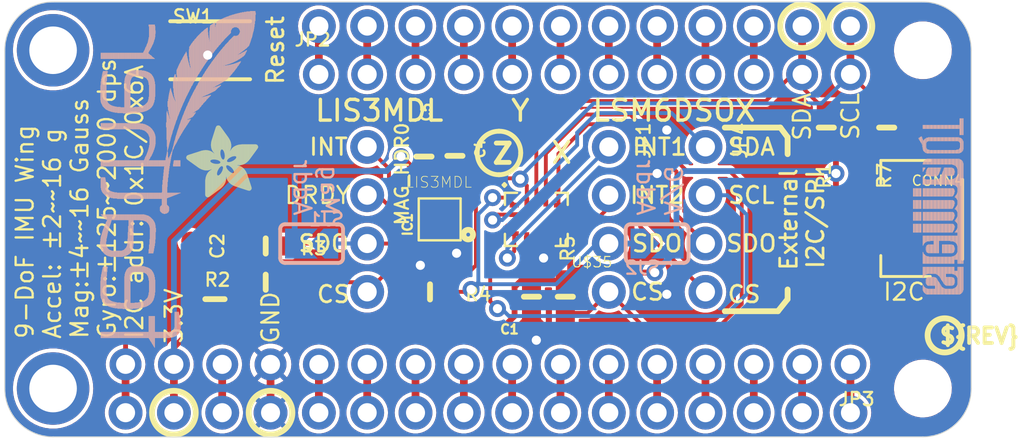
<source format=kicad_pcb>
(kicad_pcb (version 20221018) (generator pcbnew)
  (layers (0 "F.Cu" signal) (31 "B.Cu" signal) (34 "B.Paste" user) (35 "F.Paste" user) (36 "B.SilkS" user "B.Silkscreen") (37 "F.SilkS" user "F.Silkscreen") (38 "B.Mask" user) (39 "F.Mask" user) (44 "Edge.Cuts" user))
  (net 0 "")
  (net 1 "GND")
  (net 2 "3.3V")
  (net 3 "SCL")
  (net 4 "SDA")
  (net 5 "INTM")
  (net 6 "DRDY")
  (net 7 "CAP")
  (net 8 "INT1")
  (net 9 "AD_M")
  (net 10 "AD_AG")
  (net 11 "INT2")
  (net 12 "G")
  (net 13 "F")
  (net 14 "B")
  (net 15 "A")
  (net 16 "AREF")
  (net 17 "RESET")
  (net 18 "VBAT")
  (net 19 "EN")
  (net 20 "USB")
  (net 21 "J")
  (net 22 "I")
  (net 23 "C")
  (net 24 "D")
  (net 25 "E")
  (net 26 "SCK")
  (net 27 "MOSI")
  (net 28 "MISO")
  (net 29 "RX")
  (net 30 "TX")
  (net 31 "H")
  (net 32 "K")
  (net 33 "L")
  (net 34 "M")
  (net 35 "N")
  (net 36 "CS_M")
  (net 37 "CS_AG")
  (net 38 "SCL_EX")
  (net 39 "SDA_EX")
  (net 40 "SDO_EX")
  (net 41 "OCS_EX")
  (footprint "working:LGA-14L" (layer "F.Cu") (at 151.0411 105.0036)
    (fp_text reference "U$35" (at 1.81 2.2465) (layer "F.SilkS") (effects (font (size 0.549778 0.549778) (thickness 0.059822)) (justify left)))
    (fp_text value "LSM6DSOX")
    (fp_text user "." (at -2.159 -1.524) (layer "F.SilkS") (effects (font (size 1.63576 1.63576) (thickness 0.14224)) (justify left bottom)))
    (pad "1" smd rect (at -1.1625 -0.75) (size 0.475 0.25) (layers "F.Cu" "F.Paste" "F.Mask") (net 10 "AD_AG"))
    (pad "2" smd rect (at -1.1625 -0.25) (size 0.475 0.25) (layers "F.Cu" "F.Paste" "F.Mask") (net 39 "SDA_EX"))
    (pad "3" smd rect (at -1.1625 0.25) (size 0.475 0.25) (layers "F.Cu" "F.Paste" "F.Mask") (net 38 "SCL_EX"))
    (pad "4" smd rect (at -1.1625 0.75) (size 0.475 0.25) (layers "F.Cu" "F.Paste" "F.Mask") (net 8 "INT1"))
    (pad "5" smd rect (at -0.5 0.9125 90) (size 0.475 0.25) (layers "F.Cu" "F.Paste" "F.Mask") (net 2 "3.3V"))
    (pad "6" smd rect (at 0 0.9125 90) (size 0.475 0.25) (layers "F.Cu" "F.Paste" "F.Mask") (net 1 "GND"))
    (pad "7" smd rect (at 0.5 0.9125 90) (size 0.475 0.25) (layers "F.Cu" "F.Paste" "F.Mask") (net 1 "GND"))
    (pad "8" smd rect (at 1.1625 0.75 180) (size 0.475 0.25) (layers "F.Cu" "F.Paste" "F.Mask") (net 2 "3.3V"))
    (pad "9" smd rect (at 1.1625 0.25 180) (size 0.475 0.25) (layers "F.Cu" "F.Paste" "F.Mask") (net 11 "INT2"))
    (pad "10" smd rect (at 1.1625 -0.25 180) (size 0.475 0.25) (layers "F.Cu" "F.Paste" "F.Mask") (net 41 "OCS_EX"))
    (pad "11" smd rect (at 1.1625 -0.75 180) (size 0.475 0.25) (layers "F.Cu" "F.Paste" "F.Mask") (net 40 "SDO_EX"))
    (pad "12" smd rect (at 0.5 -0.9125 270) (size 0.475 0.25) (layers "F.Cu" "F.Paste" "F.Mask") (net 37 "CS_AG"))
    (pad "13" smd rect (at 0 -0.9125 270) (size 0.475 0.25) (layers "F.Cu" "F.Paste" "F.Mask") (net 3 "SCL"))
    (pad "14" smd rect (at -0.5 -0.9125 270) (size 0.475 0.25) (layers "F.Cu" "F.Paste" "F.Mask") (net 4 "SDA"))
  )
  (footprint "working:0603-NO" (layer "F.Cu") (at 146.7612 101.6635 90)
    (fp_text reference "C4" (at -0.1905 1.3335 90) (layer "F.SilkS") (effects (font (size 0.489631 0.489631) (thickness 0.119969)) (justify left)))
    (fp_text value "0.1uF")
    (pad "1" smd rect (at -0.85 0 90) (size 1.075 1) (layers "F.Cu" "F.Paste" "F.Mask") (net 7 "CAP"))
    (pad "2" smd rect (at 0.85 0 90) (size 1.075 1) (layers "F.Cu" "F.Paste" "F.Mask") (net 1 "GND"))
  )
  (footprint "working:1X04_ROUND" (layer "F.Cu") (at 159.9311 105.0036 -90)
    (fp_text reference "JP4" (at -5.1562 -1.8288 90) (layer "F.SilkS") (effects (font (size 0.692831 0.692831) (thickness 0.119969)) (justify right)))
    (fp_text value "")
    (pad "1" thru_hole circle (at -3.81 0) (size 1.778 1.778) (drill 1) (layers "*.Cu" "*.Mask") (net 39 "SDA_EX"))
    (pad "2" thru_hole circle (at -1.27 0) (size 1.778 1.778) (drill 1) (layers "*.Cu" "*.Mask") (net 38 "SCL_EX"))
    (pad "3" thru_hole circle (at 1.27 0) (size 1.778 1.778) (drill 1) (layers "*.Cu" "*.Mask") (net 40 "SDO_EX"))
    (pad "4" thru_hole circle (at 3.81 0) (size 1.778 1.778) (drill 1) (layers "*.Cu" "*.Mask") (net 41 "OCS_EX"))
  )
  (footprint "working:ADAFRUIT_3.5MM" (layer "F.Cu") (at 136.4361 103.8606 90)
    (fp_text reference "U$50" hide)
    (fp_text value "" hide)
  )
  (footprint "working:PCBFEAT-REV-040" (layer "F.Cu") (at 172.5041 111.0996)
    (fp_text reference "U$51" hide)
    (fp_text value "" hide)
    (fp_text user "${REV}" (at -0.3556 0.508) (layer "F.SilkS") (effects (font (size 0.8128 0.8128) (thickness 0.2032)) (justify left bottom)))
  )
  (footprint "working:0603-NO" (layer "F.Cu") (at 169.4561 100.1776 -90)
    (fp_text reference "R7" (at 1.778 0.127 90) (layer "F.SilkS") (effects (font (size 0.692831 0.692831) (thickness 0.119969)) (justify right)))
    (fp_text value "10K")
    (pad "1" smd rect (at -0.85 0 270) (size 1.075 1) (layers "F.Cu" "F.Paste" "F.Mask") (net 4 "SDA"))
    (pad "2" smd rect (at 0.85 0 270) (size 1.075 1) (layers "F.Cu" "F.Paste" "F.Mask") (net 2 "3.3V"))
  )
  (footprint "working:0603-NO" (layer "F.Cu") (at 145.1356 101.7016 90)
    (fp_text reference "C5" (at 1.778 0.127 90) (layer "F.SilkS") (effects (font (size 0.489631 0.489631) (thickness 0.119969)) (justify left)))
    (fp_text value "1uF")
    (pad "1" smd rect (at -0.85 0 90) (size 1.075 1) (layers "F.Cu" "F.Paste" "F.Mask") (net 2 "3.3V"))
    (pad "2" smd rect (at 0.85 0 90) (size 1.075 1) (layers "F.Cu" "F.Paste" "F.Mask") (net 1 "GND"))
  )
  (footprint "working:0603-NO" (layer "F.Cu") (at 136.8171 106.4006)
    (fp_text reference "R3" (at 1.778 0.127) (layer "F.SilkS") (effects (font (size 0.692831 0.692831) (thickness 0.119969)) (justify left)))
    (fp_text value "10K")
    (pad "1" smd rect (at -0.85 0) (size 1.075 1) (layers "F.Cu" "F.Paste" "F.Mask") (net 1 "GND"))
    (pad "2" smd rect (at 0.85 0) (size 1.075 1) (layers "F.Cu" "F.Paste" "F.Mask") (net 9 "AD_M"))
  )
  (footprint "working:0603-NO" (layer "F.Cu") (at 150.7871 109.0676 -90)
    (fp_text reference "C1" (at 1.7145 1.7145) (layer "F.SilkS") (effects (font (size 0.489631 0.489631) (thickness 0.119969)) (justify left)))
    (fp_text value "0.1uF")
    (pad "1" smd rect (at -0.85 0 270) (size 1.075 1) (layers "F.Cu" "F.Paste" "F.Mask") (net 2 "3.3V"))
    (pad "2" smd rect (at 0.85 0 270) (size 1.075 1) (layers "F.Cu" "F.Paste" "F.Mask") (net 1 "GND"))
  )
  (footprint "working:0603-NO" (layer "F.Cu") (at 166.2811 100.1776 -90)
    (fp_text reference "R1" (at 1.778 0.127 90) (layer "F.SilkS") (effects (font (size 0.692831 0.692831) (thickness 0.119969)) (justify right)))
    (fp_text value "10K")
    (pad "1" smd rect (at -0.85 0 270) (size 1.075 1) (layers "F.Cu" "F.Paste" "F.Mask") (net 3 "SCL"))
    (pad "2" smd rect (at 0.85 0 270) (size 1.075 1) (layers "F.Cu" "F.Paste" "F.Mask") (net 2 "3.3V"))
  )
  (footprint "working:FEATHERWING" (layer "F.Cu") (at 123.1011 116.4336)
    (fp_text reference "MS1" hide)
    (fp_text value "FEATHERWING" hide)
    (fp_line (start 0 -20.32) (end 0 -2.54) (stroke (width 0.05)) (layer "Edge.Cuts"))
    (fp_line (start 2.54 0) (end 48.26 0) (stroke (width 0.05)) (layer "Edge.Cuts"))
    (fp_line (start 48.26 -22.86) (end 2.54 -22.86) (stroke (width 0.05)) (layer "Edge.Cuts"))
    (fp_line (start 50.8 -2.54) (end 50.8 -20.32) (stroke (width 0.05)) (layer "Edge.Cuts"))
    (fp_arc (start 0 -20.32) (mid 0.743949 -22.116051) (end 2.54 -22.86) (stroke (width 0.05)) (layer "Edge.Cuts"))
    (fp_arc (start 2.54 0) (mid 0.743949 -0.743949) (end 0 -2.54) (stroke (width 0.05)) (layer "Edge.Cuts"))
    (fp_arc (start 48.26 -22.86) (mid 50.056051 -22.116051) (end 50.8 -20.32) (stroke (width 0.05)) (layer "Edge.Cuts"))
    (fp_arc (start 50.8 -2.54) (mid 50.056051 -0.743949) (end 48.26 0) (stroke (width 0.05)) (layer "Edge.Cuts"))
    (pad "" np_thru_hole circle (at 48.26 -20.32) (size 2.54 2.54) (drill 2.54) (layers "*.Cu" "*.Mask"))
    (pad "" np_thru_hole circle (at 48.26 -2.54) (size 2.54 2.54) (drill 2.54) (layers "*.Cu" "*.Mask"))
    (pad "1" thru_hole circle (at 6.35 -1.27) (size 1.778 1.778) (drill 1) (layers "*.Cu" "*.Mask") (net 17 "RESET"))
    (pad "2" thru_hole circle (at 8.89 -1.27) (size 1.778 1.778) (drill 1) (layers "*.Cu" "*.Mask") (net 2 "3.3V"))
    (pad "3" thru_hole circle (at 11.43 -1.27) (size 1.778 1.778) (drill 1) (layers "*.Cu" "*.Mask") (net 16 "AREF"))
    (pad "4" thru_hole circle (at 13.97 -1.27) (size 1.778 1.778) (drill 1) (layers "*.Cu" "*.Mask") (net 1 "GND"))
    (pad "5" thru_hole circle (at 16.51 -1.27) (size 1.778 1.778) (drill 1) (layers "*.Cu" "*.Mask") (net 15 "A"))
    (pad "6" thru_hole circle (at 19.05 -1.27) (size 1.778 1.778) (drill 1) (layers "*.Cu" "*.Mask") (net 14 "B"))
    (pad "7" thru_hole circle (at 21.59 -1.27) (size 1.778 1.778) (drill 1) (layers "*.Cu" "*.Mask") (net 23 "C"))
    (pad "8" thru_hole circle (at 24.13 -1.27) (size 1.778 1.778) (drill 1) (layers "*.Cu" "*.Mask") (net 24 "D"))
    (pad "9" thru_hole circle (at 26.67 -1.27) (size 1.778 1.778) (drill 1) (layers "*.Cu" "*.Mask") (net 25 "E"))
    (pad "10" thru_hole circle (at 29.21 -1.27) (size 1.778 1.778) (drill 1) (layers "*.Cu" "*.Mask") (net 13 "F"))
    (pad "11" thru_hole circle (at 31.75 -1.27) (size 1.778 1.778) (drill 1) (layers "*.Cu" "*.Mask") (net 26 "SCK"))
    (pad "12" thru_hole circle (at 34.29 -1.27) (size 1.778 1.778) (drill 1) (layers "*.Cu" "*.Mask") (net 27 "MOSI"))
    (pad "13" thru_hole circle (at 36.83 -1.27) (size 1.778 1.778) (drill 1) (layers "*.Cu" "*.Mask") (net 28 "MISO"))
    (pad "14" thru_hole circle (at 39.37 -1.27) (size 1.778 1.778) (drill 1) (layers "*.Cu" "*.Mask") (net 29 "RX"))
    (pad "15" thru_hole circle (at 41.91 -1.27) (size 1.778 1.778) (drill 1) (layers "*.Cu" "*.Mask") (net 30 "TX"))
    (pad "16" thru_hole circle (at 44.45 -1.27) (size 1.778 1.778) (drill 1) (layers "*.Cu" "*.Mask") (net 12 "G"))
    (pad "17" thru_hole circle (at 44.45 -21.59) (size 1.778 1.778) (drill 1) (layers "*.Cu" "*.Mask") (net 4 "SDA"))
    (pad "18" thru_hole circle (at 41.91 -21.59) (size 1.778 1.778) (drill 1) (layers "*.Cu" "*.Mask") (net 3 "SCL"))
    (pad "19" thru_hole circle (at 39.37 -21.59) (size 1.778 1.778) (drill 1) (layers "*.Cu" "*.Mask") (net 31 "H"))
    (pad "20" thru_hole circle (at 36.83 -21.59) (size 1.778 1.778) (drill 1) (layers "*.Cu" "*.Mask") (net 22 "I"))
    (pad "21" thru_hole circle (at 34.29 -21.59) (size 1.778 1.778) (drill 1) (layers "*.Cu" "*.Mask") (net 21 "J"))
    (pad "22" thru_hole circle (at 31.75 -21.59) (size 1.778 1.778) (drill 1) (layers "*.Cu" "*.Mask") (net 32 "K"))
    (pad "23" thru_hole circle (at 29.21 -21.59) (size 1.778 1.778) (drill 1) (layers "*.Cu" "*.Mask") (net 33 "L"))
    (pad "24" thru_hole circle (at 26.67 -21.59) (size 1.778 1.778) (drill 1) (layers "*.Cu" "*.Mask") (net 34 "M"))
    (pad "25" thru_hole circle (at 24.13 -21.59) (size 1.778 1.778) (drill 1) (layers "*.Cu" "*.Mask") (net 35 "N"))
    (pad "26" thru_hole circle (at 21.59 -21.59) (size 1.778 1.778) (drill 1) (layers "*.Cu" "*.Mask") (net 20 "USB"))
    (pad "27" thru_hole circle (at 19.05 -21.59) (size 1.778 1.778) (drill 1) (layers "*.Cu" "*.Mask") (net 19 "EN"))
    (pad "28" thru_hole circle (at 16.51 -21.59) (size 1.778 1.778) (drill 1) (layers "*.Cu" "*.Mask") (net 18 "VBAT"))
    (pad "P$1" thru_hole circle (at 2.54 -20.32) (size 3.81 3.81) (drill 2.5) (layers "*.Cu" "*.Mask"))
    (pad "P$2" thru_hole circle (at 2.54 -2.54) (size 3.81 3.81) (drill 2.5) (layers "*.Cu" "*.Mask"))
  )
  (footprint "working:FIDUCIAL_1MM" (layer "F.Cu") (at 173.0121 98.3996)
    (fp_text reference "FID2" hide)
    (fp_text value "FIDUCIAL_1MM" hide)
    (pad "1" smd roundrect (at 0 0) (size 1 1) (layers "F.Cu" "F.Mask") (roundrect_rratio 0.5))
  )
  (footprint "working:JST_SH4" (layer "F.Cu") (at 171.3611 105.0036 90)
    (fp_text reference "CONN4" (at 2.0375 2.187) (layer "F.SilkS") (effects (font (size 0.534822 0.534822) (thickness 0.074778)) (justify right)))
    (fp_text value "STEMMA_I2C_QT" hide)
    (pad "1" smd rect (at -1.5 -2.514 180) (size 1.55 0.6) (layers "F.Cu" "F.Paste" "F.Mask") (net 1 "GND"))
    (pad "2" smd rect (at -0.5 -2.514 180) (size 1.55 0.6) (layers "F.Cu" "F.Paste" "F.Mask") (net 2 "3.3V"))
    (pad "3" smd rect (at 0.5 -2.514 180) (size 1.55 0.6) (layers "F.Cu" "F.Paste" "F.Mask") (net 4 "SDA"))
    (pad "4" smd rect (at 1.5 -2.514 180) (size 1.55 0.6) (layers "F.Cu" "F.Paste" "F.Mask") (net 3 "SCL"))
    (pad "MT1" smd rect (at -2.8 1.386 180) (size 1.8 1.2) (layers "F.Cu" "F.Paste" "F.Mask") (net 1 "GND"))
    (pad "MT2" smd rect (at 2.8 1.386 180) (size 1.8 1.2) (layers "F.Cu" "F.Paste" "F.Mask") (net 1 "GND"))
  )
  (footprint "working:1X04_ROUND" (layer "F.Cu") (at 142.1511 105.0036 -90)
    (fp_text reference "MAG_HDR0" (at -5.1562 -1.8288 90) (layer "F.SilkS") (effects (font (size 0.692831 0.692831) (thickness 0.119969)) (justify right)))
    (fp_text value "")
    (pad "1" thru_hole circle (at -3.81 0) (size 1.778 1.778) (drill 1) (layers "*.Cu" "*.Mask") (net 5 "INTM"))
    (pad "2" thru_hole circle (at -1.27 0) (size 1.778 1.778) (drill 1) (layers "*.Cu" "*.Mask") (net 6 "DRDY"))
    (pad "3" thru_hole circle (at 1.27 0) (size 1.778 1.778) (drill 1) (layers "*.Cu" "*.Mask") (net 9 "AD_M"))
    (pad "4" thru_hole circle (at 3.81 0) (size 1.778 1.778) (drill 1) (layers "*.Cu" "*.Mask") (net 36 "CS_M"))
  )
  (footprint "working:1X16_ROUND" (layer "F.Cu") (at 148.5011 112.6236 180)
    (fp_text reference "JP3" (at -20.3962 -1.8288) (layer "F.SilkS") (effects (font (size 0.692831 0.692831) (thickness 0.119969)) (justify right)))
    (fp_text value "")
    (pad "1" thru_hole circle (at -19.05 0 270) (size 1.6764 1.6764) (drill 1) (layers "*.Cu" "*.Mask") (net 12 "G"))
    (pad "2" thru_hole circle (at -16.51 0 270) (size 1.6764 1.6764) (drill 1) (layers "*.Cu" "*.Mask") (net 30 "TX"))
    (pad "3" thru_hole circle (at -13.97 0 270) (size 1.6764 1.6764) (drill 1) (layers "*.Cu" "*.Mask") (net 29 "RX"))
    (pad "4" thru_hole circle (at -11.43 0 270) (size 1.6764 1.6764) (drill 1) (layers "*.Cu" "*.Mask") (net 28 "MISO"))
    (pad "5" thru_hole circle (at -8.89 0 270) (size 1.6764 1.6764) (drill 1) (layers "*.Cu" "*.Mask") (net 27 "MOSI"))
    (pad "6" thru_hole circle (at -6.35 0 270) (size 1.6764 1.6764) (drill 1) (layers "*.Cu" "*.Mask") (net 26 "SCK"))
    (pad "7" thru_hole circle (at -3.81 0 270) (size 1.6764 1.6764) (drill 1) (layers "*.Cu" "*.Mask") (net 13 "F"))
    (pad "8" thru_hole circle (at -1.27 0 270) (size 1.6764 1.6764) (drill 1) (layers "*.Cu" "*.Mask") (net 25 "E"))
    (pad "9" thru_hole circle (at 1.27 0 270) (size 1.6764 1.6764) (drill 1) (layers "*.Cu" "*.Mask") (net 24 "D"))
    (pad "10" thru_hole circle (at 3.81 0 270) (size 1.6764 1.6764) (drill 1) (layers "*.Cu" "*.Mask") (net 23 "C"))
    (pad "11" thru_hole circle (at 6.35 0 270) (size 1.6764 1.6764) (drill 1) (layers "*.Cu" "*.Mask") (net 14 "B"))
    (pad "12" thru_hole circle (at 8.89 0 270) (size 1.6764 1.6764) (drill 1) (layers "*.Cu" "*.Mask") (net 15 "A"))
    (pad "13" thru_hole circle (at 11.43 0 270) (size 1.6764 1.6764) (drill 1) (layers "*.Cu" "*.Mask") (net 1 "GND"))
    (pad "14" thru_hole circle (at 13.97 0 270) (size 1.6764 1.6764) (drill 1) (layers "*.Cu" "*.Mask") (net 16 "AREF"))
    (pad "15" thru_hole circle (at 16.51 0 270) (size 1.6764 1.6764) (drill 1) (layers "*.Cu" "*.Mask") (net 2 "3.3V"))
    (pad "16" thru_hole circle (at 19.05 0 270) (size 1.6764 1.6764) (drill 1) (layers "*.Cu" "*.Mask") (net 17 "RESET"))
  )
  (footprint "working:FIDUCIAL_1MM" (layer "F.Cu") (at 132.8801 106.1466)
    (fp_text reference "FID1" hide)
    (fp_text value "FIDUCIAL_1MM" hide)
    (pad "1" smd roundrect (at 0 0) (size 1 1) (layers "F.Cu" "F.Mask") (roundrect_rratio 0.5))
  )
  (footprint "working:LGA12_2X2MM" (layer "F.Cu") (at 145.9611 105.0036 180)
    (fp_text reference "IC1" (at 1.6845 0.4015 90) (layer "F.SilkS") (effects (font (size 0.489631 0.489631) (thickness 0.119969)) (justify right)))
    (fp_text value "LIS3MDL" (at -1.735 1.954) (layer "F.SilkS") (effects (font (size 0.573024 0.573024) (thickness 0.036576)) (justify right)))
    (pad "1" smd rect (at -0.75 -0.75 180) (size 0.275 0.25) (layers "F.Cu" "F.Paste" "F.Mask") (net 3 "SCL"))
    (pad "2" smd rect (at -0.75 -0.25 180) (size 0.275 0.25) (layers "F.Cu" "F.Paste" "F.Mask") (net 1 "GND"))
    (pad "3" smd rect (at -0.75 0.25 180) (size 0.275 0.25) (layers "F.Cu" "F.Paste" "F.Mask") (net 1 "GND"))
    (pad "4" smd rect (at -0.75 0.75 180) (size 0.275 0.25) (layers "F.Cu" "F.Paste" "F.Mask") (net 7 "CAP"))
    (pad "5" smd rect (at -0.25 0.75 270) (size 0.275 0.25) (layers "F.Cu" "F.Paste" "F.Mask") (net 2 "3.3V"))
    (pad "6" smd rect (at 0.25 0.75 270) (size 0.275 0.25) (layers "F.Cu" "F.Paste" "F.Mask") (net 2 "3.3V"))
    (pad "7" smd rect (at 0.75 0.75) (size 0.275 0.25) (layers "F.Cu" "F.Paste" "F.Mask") (net 5 "INTM"))
    (pad "8" smd rect (at 0.75 0.25) (size 0.275 0.25) (layers "F.Cu" "F.Paste" "F.Mask") (net 6 "DRDY"))
    (pad "9" smd rect (at 0.75 -0.25) (size 0.275 0.25) (layers "F.Cu" "F.Paste" "F.Mask") (net 9 "AD_M"))
    (pad "10" smd rect (at 0.75 -0.75) (size 0.275 0.25) (layers "F.Cu" "F.Paste" "F.Mask") (net 36 "CS_M"))
    (pad "11" smd rect (at 0.25 -0.75 90) (size 0.275 0.25) (layers "F.Cu" "F.Paste" "F.Mask") (net 4 "SDA"))
    (pad "12" smd rect (at -0.25 -0.75 90) (size 0.275 0.25) (layers "F.Cu" "F.Paste" "F.Mask") (net 1 "GND"))
  )
  (footprint "working:1X12_ROUND" (layer "F.Cu") (at 153.5811 97.3836)
    (fp_text reference "JP2" (at -15.3162 -1.8288) (layer "F.SilkS") (effects (font (size 0.692831 0.692831) (thickness 0.119969)) (justify left)))
    (fp_text value "")
    (pad "1" thru_hole circle (at -13.97 0 90) (size 1.6764 1.6764) (drill 1) (layers "*.Cu" "*.Mask") (net 18 "VBAT"))
    (pad "2" thru_hole circle (at -11.43 0 90) (size 1.6764 1.6764) (drill 1) (layers "*.Cu" "*.Mask") (net 19 "EN"))
    (pad "3" thru_hole circle (at -8.89 0 90) (size 1.6764 1.6764) (drill 1) (layers "*.Cu" "*.Mask") (net 20 "USB"))
    (pad "4" thru_hole circle (at -6.35 0 90) (size 1.6764 1.6764) (drill 1) (layers "*.Cu" "*.Mask") (net 35 "N"))
    (pad "5" thru_hole circle (at -3.81 0 90) (size 1.6764 1.6764) (drill 1) (layers "*.Cu" "*.Mask") (net 34 "M"))
    (pad "6" thru_hole circle (at -1.27 0 90) (size 1.6764 1.6764) (drill 1) (layers "*.Cu" "*.Mask") (net 33 "L"))
    (pad "7" thru_hole circle (at 1.27 0 90) (size 1.6764 1.6764) (drill 1) (layers "*.Cu" "*.Mask") (net 32 "K"))
    (pad "8" thru_hole circle (at 3.81 0 90) (size 1.6764 1.6764) (drill 1) (layers "*.Cu" "*.Mask") (net 21 "J"))
    (pad "9" thru_hole circle (at 6.35 0 90) (size 1.6764 1.6764) (drill 1) (layers "*.Cu" "*.Mask") (net 22 "I"))
    (pad "10" thru_hole circle (at 8.89 0 90) (size 1.6764 1.6764) (drill 1) (layers "*.Cu" "*.Mask") (net 31 "H"))
    (pad "11" thru_hole circle (at 11.43 0 90) (size 1.6764 1.6764) (drill 1) (layers "*.Cu" "*.Mask") (net 3 "SCL"))
    (pad "12" thru_hole circle (at 13.97 0 90) (size 1.6764 1.6764) (drill 1) (layers "*.Cu" "*.Mask") (net 4 "SDA"))
  )
  (footprint "working:0603-NO" (layer "F.Cu") (at 136.8171 108.3056 180)
    (fp_text reference "R2" (at 1.778 0.127) (layer "F.SilkS") (effects (font (size 0.692831 0.692831) (thickness 0.119969)) (justify right)))
    (fp_text value "10K")
    (pad "1" smd rect (at -0.85 0 180) (size 1.075 1) (layers "F.Cu" "F.Paste" "F.Mask") (net 36 "CS_M"))
    (pad "2" smd rect (at 0.85 0 180) (size 1.075 1) (layers "F.Cu" "F.Paste" "F.Mask") (net 2 "3.3V"))
  )
  (footprint "working:0603-NO" (layer "F.Cu") (at 152.5651 109.0676 90)
    (fp_text reference "R5" (at 1.778 0.127 90) (layer "F.SilkS") (effects (font (size 0.692831 0.692831) (thickness 0.119969)) (justify left)))
    (fp_text value "10K")
    (pad "1" smd rect (at -0.85 0 90) (size 1.075 1) (layers "F.Cu" "F.Paste" "F.Mask") (net 37 "CS_AG"))
    (pad "2" smd rect (at 0.85 0 90) (size 1.075 1) (layers "F.Cu" "F.Paste" "F.Mask") (net 2 "3.3V"))
  )
  (footprint "working:BTN_KMR2_4.6X2.8" (layer "F.Cu") (at 133.8961 96.1136)
    (fp_text reference "SW1" (at -2.032 -1.778) (layer "F.SilkS") (effects (font (size 0.692831 0.692831) (thickness 0.119969)) (justify left)))
    (fp_text value "KMR2")
    (pad "A" smd rect (at 2.05 -0.8) (size 0.9 0.9) (layers "F.Cu" "F.Paste" "F.Mask") (net 17 "RESET"))
    (pad "A'" smd rect (at -2.05 -0.8) (size 0.9 0.9) (layers "F.Cu" "F.Paste" "F.Mask") (net 17 "RESET"))
    (pad "B" smd rect (at 2.05 0.8) (size 0.9 0.9) (layers "F.Cu" "F.Paste" "F.Mask") (net 1 "GND"))
    (pad "B'" smd rect (at -2.05 0.8) (size 0.9 0.9) (layers "F.Cu" "F.Paste" "F.Mask") (net 1 "GND"))
  )
  (footprint "working:1X04_ROUND" (layer "F.Cu") (at 154.8511 105.0036 -90)
    (fp_text reference "JP1" (at -5.1562 -1.8288 90) (layer "F.SilkS") (effects (font (size 0.692831 0.692831) (thickness 0.119969)) (justify right)))
    (fp_text value "")
    (pad "1" thru_hole circle (at -3.81 0) (size 1.778 1.778) (drill 1) (layers "*.Cu" "*.Mask") (net 8 "INT1"))
    (pad "2" thru_hole circle (at -1.27 0) (size 1.778 1.778) (drill 1) (layers "*.Cu" "*.Mask") (net 11 "INT2"))
    (pad "3" thru_hole circle (at 1.27 0) (size 1.778 1.778) (drill 1) (layers "*.Cu" "*.Mask") (net 10 "AD_AG"))
    (pad "4" thru_hole circle (at 3.81 0) (size 1.778 1.778) (drill 1) (layers "*.Cu" "*.Mask") (net 37 "CS_AG"))
  )
  (footprint "working:0603-NO" (layer "F.Cu") (at 145.4531 108.8136)
    (fp_text reference "R4" (at 1.778 0.127) (layer "F.SilkS") (effects (font (size 0.692831 0.692831) (thickness 0.119969)) (justify left)))
    (fp_text value "10K")
    (pad "1" smd rect (at -0.85 0) (size 1.075 1) (layers "F.Cu" "F.Paste" "F.Mask") (net 1 "GND"))
    (pad "2" smd rect (at 0.85 0) (size 1.075 1) (layers "F.Cu" "F.Paste" "F.Mask") (net 10 "AD_AG"))
  )
  (footprint "working:0805-NO" (layer "F.Cu") (at 134.1501 109.1946 90)
    (fp_text reference "C2" (at 2.032 0.127 90) (layer "F.SilkS") (effects (font (size 0.692831 0.692831) (thickness 0.119969)) (justify left)))
    (fp_text value "10uF")
    (pad "1" smd rect (at -0.95 0 90) (size 1.24 1.5) (layers "F.Cu" "F.Paste" "F.Mask") (net 2 "3.3V"))
    (pad "2" smd rect (at 0.95 0 90) (size 1.24 1.5) (layers "F.Cu" "F.Paste" "F.Mask") (net 1 "GND"))
  )
  (footprint "working:SOLDERJUMPER_ARROW_NOPASTE" (layer "B.Cu") (at 139.2301 106.2736 180)
    (fp_text reference "SJ1" (at -1.778 1.27) (layer "B.SilkS") (effects (font (size 0.692831 0.692831) (thickness 0.119969)) (justify left mirror)))
    (fp_text value "")
    (fp_poly (pts (xy 0.106121 -0.002663) (xy -0.679416 -0.7882) (xy -1.3946 -0.7882) (xy -1.3946 0.7882) (xy -0.62715 0.7882)) (fill solid) (layer "B.Cu"))
    (fp_poly (pts (xy 1.3946 -0.7882) (xy -0.315893 -0.7882) (xy 0.443148 0) (xy -0.315893 0.7882) (xy 1.3946 0.7882)) (fill solid) (layer "B.Cu"))
    (pad "1" smd roundrect (at -1.016 0 180) (size 0.762 1.524) (layers "B.Cu") (net 9 "AD_M"))
    (pad "2" smd roundrect (at 1.016 0 180) (size 0.762 1.524) (layers "B.Cu") (net 2 "3.3V"))
  )
  (footprint "working:STEMMAQT" (layer "B.Cu") (at 170.8531 108.9406 90)
    (fp_text reference "U$31" hide)
    (fp_text value "" hide)
  )
  (footprint "working:FEATHERLOGO_MED" (layer "B.Cu") (at 128.0541 111.8616 90)
    (fp_text reference "U$13" hide)
    (fp_text value "" hide)
  )
  (footprint "working:SOLDERJUMPER_ARROW_NOPASTE" (layer "B.Cu") (at 157.3911 106.2736)
    (fp_text reference "SJ2" (at -1.778 1.27) (layer "B.SilkS") (effects (font (size 0.692831 0.692831) (thickness 0.119969)) (justify right mirror)))
    (fp_text value "")
    (fp_poly (pts (xy 0.106121 -0.002663) (xy -0.679416 -0.7882) (xy -1.3946 -0.7882) (xy -1.3946 0.7882) (xy -0.62715 0.7882)) (fill solid) (layer "B.Cu"))
    (fp_poly (pts (xy 1.3946 -0.7882) (xy -0.315893 -0.7882) (xy 0.443148 0) (xy -0.315893 0.7882) (xy 1.3946 0.7882)) (fill solid) (layer "B.Cu"))
    (pad "1" smd roundrect (at -1.016 0) (size 0.762 1.524) (layers "B.Cu") (net 10 "AD_AG"))
    (pad "2" smd roundrect (at 1.016 0) (size 0.762 1.524) (layers "B.Cu") (net 2 "3.3V"))
  )
  (gr_circle (center 131.9911 115.1636) (end 133.141131 115.1636) (stroke (width 0.3048)) (fill none) (layer "F.SilkS"))
  (gr_arc (start 147.9336 101.5121) (mid 148.268377 100.703877) (end 149.0766 100.3691) (stroke (width 0.254)) (layer "F.SilkS"))
  (gr_circle (center 167.5511 94.8436) (end 168.701131 94.8436) (stroke (width 0.3048)) (fill none) (layer "F.SilkS"))
  (gr_line (start 164.2491 100.6856) (end 163.8681 100.1776) (stroke (width 0.3048)) (layer "F.SilkS"))
  (gr_circle (center 137.0711 115.1636) (end 138.221131 115.1636) (stroke (width 0.3048)) (fill none) (layer "F.SilkS"))
  (gr_arc (start 149.0766 102.6551) (mid 148.268377 102.320323) (end 147.9336 101.5121) (stroke (width 0.254)) (layer "F.SilkS"))
  (gr_circle (center 165.0111 94.8436) (end 166.161131 94.8436) (stroke (width 0.3048)) (fill none) (layer "F.SilkS"))
  (gr_arc (start 149.0766 100.3691) (mid 149.890688 100.698014) (end 150.2196 101.512102) (stroke (width 0.254)) (layer "F.SilkS"))
  (gr_arc (start 150.2196 101.5121) (mid 149.884823 102.320323) (end 149.0766 102.6551) (stroke (width 0.254)) (layer "F.SilkS"))
  (gr_line (start 164.2491 101.5746) (end 164.2491 100.6856) (stroke (width 0.3048)) (layer "F.SilkS"))
  (gr_line (start 164.2491 109.1946) (end 164.2491 108.6866) (stroke (width 0.3048)) (layer "F.SilkS"))
  (gr_line (start 160.9471 109.8296) (end 163.7411 109.8296) (stroke (width 0.3048)) (layer "F.SilkS"))
  (gr_line (start 163.8681 100.1776) (end 160.9471 100.1776) (stroke (width 0.3048)) (layer "F.SilkS"))
  (gr_line (start 163.7411 109.8296) (end 164.2491 109.1946) (stroke (width 0.3048)) (layer "F.SilkS"))
  (gr_text "A/G\nAddr" (at 156.2481 104.8766 -90) (layer "B.SilkS") (effects (font (size 0.89408 0.89408) (thickness 0.12192)) (justify left bottom mirror)))
  (gr_text "Mag\nAddr" (at 138.2141 104.8766 -90) (layer "B.SilkS") (effects (font (size 0.89408 0.89408) (thickness 0.12192)) (justify left bottom mirror)))
  (gr_text "9-DoF IMU Wing \nAccel: ±2~~16 g\nMag:±4~~16 Gauss\nGyro:±125~~2000 dps\nI2C addr: 0x1C/0x6A" (at 127.0381 111.3536 90) (layer "F.SilkS") (effects (font (size 0.89408 0.89408) (thickness 0.12192)) (justify left)))
  (gr_text "X" (at 151.7356 102.1451) (layer "F.SilkS") (effects (font (size 1.0922 1.0922) (thickness 0.1778)) (justify left bottom)))
  (gr_text "I2C" (at 169.2021 108.8136) (layer "F.SilkS") (effects (font (size 0.89408 0.89408) (thickness 0.12192)) (justify left)))
  (gr_text "SDA" (at 162.3441 101.1936) (layer "F.SilkS") (effects (font (size 0.87376 0.87376) (thickness 0.14224))))
  (gr_text "LIS3MDL" (at 142.7861 99.2886) (layer "F.SilkS") (effects (font (size 1.0922 1.0922) (thickness 0.1778))))
  (gr_text "CS" (at 140.3731 108.9406) (layer "F.SilkS") (effects (font (size 0.87376 0.87376) (thickness 0.14224))))
  (gr_text "INT" (at 140.1191 101.1936) (layer "F.SilkS") (effects (font (size 0.87376 0.87376) (thickness 0.14224))))
  (gr_text "INT1" (at 157.5181 101.1936) (layer "F.SilkS") (effects (font (size 0.87376 0.87376) (thickness 0.14224))))
  (gr_text "LSM6DSOX" (at 158.2801 99.2886) (layer "F.SilkS") (effects (font (size 1.0922 1.0922) (thickness 0.1778))))
  (gr_text "Z" (at 148.6241 102.1451) (layer "F.SilkS") (effects (font (size 1.016 1.016) (thickness 0.254)) (justify left bottom)))
  (gr_text "INT2" (at 157.3911 103.7336) (layer "F.SilkS") (effects (font (size 0.87376 0.87376) (thickness 0.14224))))
  (gr_text "SDO" (at 139.8651 106.2736) (layer "F.SilkS") (effects (font (size 0.87376 0.87376) (thickness 0.14224))))
  (gr_text "SCL" (at 167.5511 98.2726 90) (layer "F.SilkS") (effects (font (size 0.89408 0.89408) (thickness 0.12192)) (justify right)))
  (gr_text "SDO" (at 157.3911 106.2736) (layer "F.SilkS") (effects (font (size 0.87376 0.87376) (thickness 0.14224))))
  (gr_text "SDO" (at 162.3441 106.2736) (layer "F.SilkS") (effects (font (size 0.87376 0.87376) (thickness 0.14224))))
  (gr_text "SDA" (at 165.0111 98.2726 90) (layer "F.SilkS") (effects (font (size 0.89408 0.89408) (thickness 0.12192)) (justify right)))
  (gr_text "Y" (at 150.7871 98.6536) (layer "F.SilkS") (effects (font (size 1.0922 1.0922) (thickness 0.1778)) (justify right top)))
  (gr_text "SCL" (at 162.3441 103.7336) (layer "F.SilkS") (effects (font (size 0.87376 0.87376) (thickness 0.14224))))
  (gr_text "CS" (at 156.8831 108.8136) (layer "F.SilkS") (effects (font (size 0.87376 0.87376) (thickness 0.14224))))
  (gr_text "3.3V" (at 131.9911 111.6076 90) (layer "F.SilkS") (effects (font (size 0.89408 0.89408) (thickness 0.12192)) (justify left)))
  (gr_text "GND" (at 137.0711 111.6076 90) (layer "F.SilkS") (effects (font (size 0.89408 0.89408) (thickness 0.12192)) (justify left)))
  (gr_text "CS" (at 161.9631 108.9406) (layer "F.SilkS") (effects (font (size 0.87376 0.87376) (thickness 0.14224))))
  (gr_text "Reset" (at 137.3251 96.1136 90) (layer "F.SilkS") (effects (font (size 0.87376 0.87376) (thickness 0.14224))))
  (gr_text "DRDY" (at 139.5476 103.7336) (layer "F.SilkS") (effects (font (size 0.89408 0.89408) (thickness 0.12192))))
  (gr_text "External\nI2C/SPI" (at 165.0111 105.0036 90) (layer "F.SilkS") (effects (font (size 0.87376 0.87376) (thickness 0.14224))))
  (segment (start 137.0711 115.1636) (end 137.0711 112.6236) (width 0.4064) (layer "F.Cu") (net 1))
  (via (at 157.8991 108.9406) (size 0.889) (drill 0.4826) (layers "F.Cu" "B.Cu") (net 1))
  (via (at 146.8501 106.7816) (size 0.889) (drill 0.4826) (layers "F.Cu" "B.Cu") (net 1))
  (via (at 133.7691 96.3676) (size 0.889) (drill 0.4826) (layers "F.Cu" "B.Cu") (net 1))
  (via (at 151.4221 107.0356) (size 0.889) (drill 0.4826) (layers "F.Cu" "B.Cu") (net 1))
  (via (at 151.0411 111.3536) (size 0.889) (drill 0.4826) (layers "F.Cu" "B.Cu") (net 1))
  (via (at 157.8991 100.3046) (size 0.889) (drill 0.4826) (layers "F.Cu" "B.Cu") (net 1))
  (via (at 144.9451 107.4166) (size 0.889) (drill 0.4826) (layers "F.Cu" "B.Cu") (net 1))
  (via (at 157.3911 102.5906) (size 0.889) (drill 0.4826) (layers "F.Cu" "B.Cu") (net 1))
  (segment (start 166.7891 104.2416) (end 166.7891 102.5906) (width 0.3048) (layer "F.Cu") (net 2))
  (segment (start 145.1356 102.5516) (end 145.1991 102.6151) (width 0.3048) (layer "F.Cu") (net 2))
  (segment (start 145.1991 102.6151) (end 145.1991 102.9716) (width 0.3048) (layer "F.Cu") (net 2))
  (segment (start 150.7676 108.1981) (end 150.5331 107.9636) (width 0.3048) (layer "F.Cu") (net 2))
  (segment (start 135.8011 110.5916) (end 134.1501 110.5916) (width 0.3048) (layer "F.Cu") (net 2))
  (segment (start 166.2811 101.0276) (end 166.7891 101.5356) (width 0.3048) (layer "F.Cu") (net 2))
  (segment (start 134.1501 110.5916) (end 133.1341 110.5916) (width 0.3048) (layer "F.Cu") (net 2))
  (segment (start 135.8011 110.5916) (end 149.3901 110.5916) (width 0.3048) (layer "F.Cu") (net 2))
  (segment (start 145.0721 102.8446) (end 143.9291 101.7016) (width 0.3048) (layer "F.Cu") (net 2))
  (segment (start 145.0721 102.6151) (end 145.0721 102.8446) (width 0.3048) (layer "F.Cu") (net 2))
  (segment (start 149.3901 110.5916) (end 149.8981 110.0836) (width 0.3048) (layer "F.Cu") (net 2))
  (segment (start 156.1211 107.7976) (end 157.2641 107.7976) (width 0.3048) (layer "F.Cu") (net 2))
  (segment (start 168.8471 105.5036) (end 168.0511 105.5036) (width 0.3048) (layer "F.Cu") (net 2))
  (segment (start 152.2036 105.7536) (end 152.8191 106.3691) (width 0.3048) (layer "F.Cu") (net 2))
  (segment (start 145.9611 104.2536) (end 145.7111 104.2536) (width 0.3048) (layer "F.Cu") (net 2))
  (segment (start 153.2391 107.5436) (end 152.8191 107.9636) (width 0.3048) (layer "F.Cu") (net 2))
  (segment (start 150.7871 108.2176) (end 150.7676 108.1981) (width 0.3048) (layer "F.Cu") (net 2))
  (segment (start 145.1356 102.5516) (end 145.0721 102.6151) (width 0.3048) (layer "F.Cu") (net 2))
  (segment (start 146.2111 104.2536) (end 145.9611 104.2536) (width 0.3048) (layer "F.Cu") (net 2))
  (segment (start 166.7891 101.5356) (end 166.7891 102.5906) (width 0.3048) (layer "F.Cu") (net 2))
  (segment (start 150.7871 108.2176) (end 152.5651 108.2176) (width 0.3048) (layer "F.Cu") (net 2))
  (segment (start 133.1341 110.5916) (end 131.9911 111.7346) (width 0.3048) (layer "F.Cu") (net 2))
  (segment (start 168.0511 105.5036) (end 166.7891 104.2416) (width 0.3048) (layer "F.Cu") (net 2))
  (segment (start 152.8191 107.9636) (end 152.5651 108.2176) (width 0.3048) (layer "F.Cu") (net 2))
  (segment (start 134.1501 110.1446) (end 134.1501 110.5916) (width 0.3048) (layer "F.Cu") (net 2))
  (segment (start 150.2596 108.1981) (end 150.7676 108.1981) (width 0.3048) (layer "F.Cu") (net 2))
  (segment (start 131.9911 115.1636) (end 131.9911 112.6236) (width 0.4064) (layer "F.Cu") (net 2))
  (segment (start 150.5331 106.9086) (end 150.5411 106.9006) (width 0.3048) (layer "F.Cu") (net 2))
  (segment (start 135.9671 108.3056) (end 135.9671 110.4256) (width 0.3048) (layer "F.Cu") (net 2))
  (segment (start 149.8981 108.5596) (end 150.2596 108.1981) (width 0.3048) (layer "F.Cu") (net 2))
  (segment (start 131.9911 111.7346) (end 131.9911 112.6236) (width 0.3048) (layer "F.Cu") (net 2))
  (segment (start 156.1211 107.7976) (end 155.8671 107.5436) (width 0.3048) (layer "F.Cu") (net 2))
  (segment (start 135.9671 110.4256) (end 135.8011 110.5916) (width 0.3048) (layer "F.Cu") (net 2))
  (segment (start 145.9611 103.7336) (end 145.1991 102.9716) (width 0.3048) (layer "F.Cu") (net 2))
  (segment (start 145.1991 102.9716) (end 145.0721 102.8446) (width 0.3048) (layer "F.Cu") (net 2))
  (segment (start 145.9611 104.2536) (end 145.9611 103.7336) (width 0.3048) (layer "F.Cu") (net 2))
  (segment (start 150.5411 105.9161) (end 150.5411 106.9006) (width 0.3048) (layer "F.Cu") (net 2))
  (segment (start 169.4561 101.0276) (end 166.2811 101.0276) (width 0.3048) (layer "F.Cu") (net 2))
  (segment (start 152.8191 106.3691) (end 152.8191 107.9636) (width 0.3048) (layer "F.Cu") (net 2))
  (segment (start 149.8981 110.0836) (end 149.8981 108.5596) (width 0.3048) (layer "F.Cu") (net 2))
  (segment (start 150.5331 107.9636) (end 150.5331 106.9086) (width 0.3048) (layer "F.Cu") (net 2))
  (segment (start 155.8671 107.5436) (end 153.2391 107.5436) (width 0.3048) (layer "F.Cu") (net 2))
  (via (at 143.9291 101.7016) (size 0.889) (drill 0.4826) (layers "F.Cu" "B.Cu") (net 2))
  (via (at 166.7891 102.5906) (size 0.889) (drill 0.4826) (layers "F.Cu" "B.Cu") (net 2))
  (via (at 157.2641 107.7976) (size 0.889) (drill 0.4826) (layers "F.Cu" "B.Cu") (net 2))
  (segment (start 158.4071 102.8446) (end 158.7881 102.4636) (width 0.3048) (layer "B.Cu") (net 2))
  (segment (start 138.3411 102.4636) (end 135.6741 102.4636) (width 0.3048) (layer "B.Cu") (net 2))
  (segment (start 135.6741 102.4636) (end 131.9911 106.1466) (width 0.3048) (layer "B.Cu") (net 2))
  (segment (start 166.6621 102.4636) (end 166.7891 102.5906) (width 0.3048) (layer "B.Cu") (net 2))
  (segment (start 138.3411 102.4636) (end 138.3411 106.1466) (width 0.3048) (layer "B.Cu") (net 2))
  (segment (start 143.1671 102.4636) (end 138.3411 102.4636) (width 0.3048) (layer "B.Cu") (net 2))
  (segment (start 158.4071 106.6546) (end 158.4071 106.2736) (width 0.3048) (layer "B.Cu") (net 2))
  (segment (start 158.4071 106.2736) (end 158.4071 102.8446) (width 0.3048) (layer "B.Cu") (net 2))
  (segment (start 143.9291 101.7016) (end 143.1671 102.4636) (width 0.3048) (layer "B.Cu") (net 2))
  (segment (start 138.3411 106.1466) (end 138.2141 106.2736) (width 0.3048) (layer "B.Cu") (net 2))
  (segment (start 131.9911 106.1466) (end 131.9911 112.6236) (width 0.3048) (layer "B.Cu") (net 2))
  (segment (start 166.6621 102.4636) (end 158.7881 102.4636) (width 0.3048) (layer "B.Cu") (net 2))
  (segment (start 158.4071 106.6546) (end 157.2641 107.7976) (width 0.3048) (layer "B.Cu") (net 2))
  (segment (start 170.3451 102.8446) (end 170.3451 100.4316) (width 0.2032) (layer "F.Cu") (net 3))
  (segment (start 151.0157 101.0666) (end 151.0411 101.0666) (width 0.2032) (layer "F.Cu") (net 3))
  (segment (start 153.3017 98.7806) (end 163.1061 98.7806) (width 0.2032) (layer "F.Cu") (net 3))
  (segment (start 151.0411 104.0911) (end 151.0411 101.0666) (width 0.2032) (layer "F.Cu") (net 3))
  (segment (start 169.6861 103.5036) (end 170.3451 102.8446) (width 0.2032) (layer "F.Cu") (net 3))
  (segment (start 165.0111 98.0576) (end 165.0111 97.3836) (width 0.2032) (layer "F.Cu") (net 3))
  (segment (start 149.7457 101.0666) (end 151.0157 101.0666) (width 0.2032) (layer "F.Cu") (net 3))
  (segment (start 168.8471 103.5036) (end 169.6861 103.5036) (width 0.2032) (layer "F.Cu") (net 3))
  (segment (start 147.2057 105.537) (end 147.2057 103.6066) (width 0.2032) (layer "F.Cu") (net 3))
  (segment (start 170.3451 100.4316) (end 170.0911 100.1776) (width 0.2032) (layer "F.Cu") (net 3))
  (segment (start 151.0157 101.0666) (end 153.3017 98.7806) (width 0.2032) (layer "F.Cu") (net 3))
  (segment (start 165.0111 94.8436) (end 165.0111 97.3836) (width 0.4064) (layer "F.Cu") (net 3))
  (segment (start 164.5031 97.3836) (end 165.0111 97.3836) (width 0.2032) (layer "F.Cu") (net 3))
  (segment (start 167.1311 100.1776) (end 166.2811 99.3276) (width 0.2032) (layer "F.Cu") (net 3))
  (segment (start 147.2057 103.6066) (end 149.7457 101.0666) (width 0.2032) (layer "F.Cu") (net 3))
  (segment (start 164.5031 97.3836) (end 163.1061 98.7806) (width 0.2032) (layer "F.Cu") (net 3))
  (segment (start 170.0911 100.1776) (end 167.1311 100.1776) (width 0.2032) (layer "F.Cu") (net 3))
  (segment (start 146.9771 105.7656) (end 147.2057 105.537) (width 0.2032) (layer "F.Cu") (net 3))
  (segment (start 166.2811 99.3276) (end 165.0111 98.0576) (width 0.2032) (layer "F.Cu") (net 3))
  (segment (start 146.7111 105.7536) (end 146.7231 105.7656) (width 0.2032) (layer "F.Cu") (net 3))
  (segment (start 146.9771 105.7656) (end 146.7231 105.7656) (width 0.2032) (layer "F.Cu") (net 3))
  (segment (start 170.8531 103.3526) (end 170.8531 99.9236) (width 0.2032) (layer "F.Cu") (net 4))
  (segment (start 147.8661 103.6066) (end 148.6281 102.8446) (width 0.2032) (layer "F.Cu") (net 4))
  (segment (start 167.5511 97.3836) (end 169.4561 99.2886) (width 0.2032) (layer "F.Cu") (net 4))
  (segment (start 145.7111 107.2936) (end 146.0881 107.6706) (width 0.2032) (layer "F.Cu") (net 4))
  (segment (start 169.7021 104.5036) (end 170.8531 103.3526) (width 0.2032) (layer "F.Cu") (net 4))
  (segment (start 150.193762 102.886263) (end 150.1521 102.8446) (width 0.2032) (layer "F.Cu") (net 4))
  (segment (start 145.7111 105.7536) (end 145.7111 107.2936) (width 0.2032) (layer "F.Cu") (net 4))
  (segment (start 170.8531 99.9236) (end 170.2571 99.3276) (width 0.2032) (layer "F.Cu") (net 4))
  (segment (start 168.8471 104.5036) (end 169.7021 104.5036) (width 0.2032) (layer "F.Cu") (net 4))
  (segment (start 150.193762 102.886263) (end 150.5411 103.2336) (width 0.2032) (layer "F.Cu") (net 4))
  (segment (start 147.6121 107.6706) (end 147.8661 107.4166) (width 0.2032) (layer "F.Cu") (net 4))
  (segment (start 146.0881 107.6706) (end 147.6121 107.6706) (width 0.2032) (layer "F.Cu") (net 4))
  (segment (start 150.5411 104.0911) (end 150.5411 103.2336) (width 0.2032) (layer "F.Cu") (net 4))
  (segment (start 150.1521 102.8446) (end 148.6281 102.8446) (width 0.2032) (layer "F.Cu") (net 4))
  (segment (start 167.5511 94.8436) (end 167.5511 97.3836) (width 0.4064) (layer "F.Cu") (net 4))
  (segment (start 169.4561 99.2886) (end 169.4561 99.3276) (width 0.2032) (layer "F.Cu") (net 4))
  (segment (start 147.8661 107.4166) (end 147.8661 103.6066) (width 0.2032) (layer "F.Cu") (net 4))
  (segment (start 170.2571 99.3276) (end 169.4561 99.3276) (width 0.2032) (layer "F.Cu") (net 4))
  (via (at 150.193762 102.886263) (size 0.889) (drill 0.4826) (layers "F.Cu" "B.Cu") (net 4))
  (segment (start 166.0271 98.9076) (end 167.5511 97.3836) (width 0.2032) (layer "B.Cu") (net 4))
  (segment (start 154.045425 98.9076) (end 166.0271 98.9076) (width 0.2032) (layer "B.Cu") (net 4))
  (segment (start 150.193762 102.886263) (end 150.193762 102.759263) (width 0.2032) (layer "B.Cu") (net 4))
  (segment (start 154.045425 98.9076) (end 150.193762 102.759263) (width 0.2032) (layer "B.Cu") (net 4))
  (segment (start 145.2111 104.2536) (end 144.4491 104.2536) (width 0.2032) (layer "F.Cu") (net 5))
  (segment (start 143.2941 102.3366) (end 143.2941 103.0986) (width 0.2032) (layer "F.Cu") (net 5))
  (segment (start 143.2941 102.3366) (end 142.1511 101.1936) (width 0.2032) (layer "F.Cu") (net 5))
  (segment (start 144.4491 104.2536) (end 143.2941 103.0986) (width 0.2032) (layer "F.Cu") (net 5))
  (segment (start 143.67735 104.6834) (end 142.72755 103.7336) (width 0.2032) (layer "F.Cu") (net 6))
  (segment (start 142.72755 103.7336) (end 142.1511 103.7336) (width 0.2032) (layer "F.Cu") (net 6))
  (segment (start 145.1409 104.6834) (end 143.67735 104.6834) (width 0.2032) (layer "F.Cu") (net 6))
  (segment (start 145.2111 104.7536) (end 145.1409 104.6834) (width 0.2032) (layer "F.Cu") (net 6))
  (segment (start 146.7111 104.2536) (end 146.7111 102.5636) (width 0.2032) (layer "F.Cu") (net 7))
  (segment (start 146.7111 102.5636) (end 146.7612 102.5135) (width 0.2032) (layer "F.Cu") (net 7))
  (segment (start 149.8786 106.6741) (end 149.5171 107.0356) (width 0.2032) (layer "F.Cu") (net 8))
  (segment (start 149.8786 105.7536) (end 149.8786 106.6741) (width 0.2032) (layer "F.Cu") (net 8))
  (via (at 149.5171 107.0356) (size 0.889) (drill 0.4826) (layers "F.Cu" "B.Cu") (net 8))
  (segment (start 149.5171 107.0356) (end 149.5171 106.5276) (width 0.2032) (layer "B.Cu") (net 8))
  (segment (start 149.5171 106.5276) (end 154.8511 101.1936) (width 0.2032) (layer "B.Cu") (net 8))
  (segment (start 144.94735 105.3238) (end 143.99755 106.2736) (width 0.2032) (layer "F.Cu") (net 9))
  (segment (start 138.3411 106.2736) (end 142.1511 106.2736) (width 0.2032) (layer "F.Cu") (net 9))
  (segment (start 145.2111 105.2536) (end 145.1409 105.3238) (width 0.2032) (layer "F.Cu") (net 9))
  (segment (start 138.2141 106.4006) (end 138.3411 106.2736) (width 0.3048) (layer "F.Cu") (net 9))
  (segment (start 138.2141 106.4006) (end 137.6671 106.4006) (width 0.3048) (layer "F.Cu") (net 9))
  (segment (start 143.99755 106.2736) (end 142.1511 106.2736) (width 0.2032) (layer "F.Cu") (net 9))
  (segment (start 145.1409 105.3238) (end 144.94735 105.3238) (width 0.2032) (layer "F.Cu") (net 9))
  (segment (start 140.2461 106.2736) (end 142.1511 106.2736) (width 0.2032) (layer "B.Cu") (net 9))
  (segment (start 149.8786 104.2536) (end 149.4856 103.8606) (width 0.2032) (layer "F.Cu") (net 10))
  (segment (start 147.4851 108.8136) (end 147.6121 108.6866) (width 0.2032) (layer "F.Cu") (net 10))
  (segment (start 146.3031 108.8136) (end 147.4851 108.8136) (width 0.2032) (layer "F.Cu") (net 10))
  (segment (start 149.4856 103.8606) (end 148.7424 103.8606) (width 0.2032) (layer "F.Cu") (net 10))
  (via (at 148.7424 103.8606) (size 0.889) (drill 0.4826) (layers "F.Cu" "B.Cu") (net 10))
  (via (at 147.6121 108.6866) (size 0.889) (drill 0.4826) (layers "F.Cu" "B.Cu") (net 10))
  (segment (start 147.6121 108.6866) (end 147.9931 108.3056) (width 0.2032) (layer "B.Cu") (net 10))
  (segment (start 154.2161 106.2736) (end 154.8511 106.2736) (width 0.2032) (layer "B.Cu") (net 10))
  (segment (start 148.7424 103.8606) (end 148.7424 103.9769) (width 0.2032) (layer "B.Cu") (net 10))
  (segment (start 156.3751 106.2736) (end 154.8511 106.2736) (width 0.3048) (layer "B.Cu") (net 10))
  (segment (start 152.07894 108.41076) (end 154.2161 106.2736) (width 0.2032) (layer "B.Cu") (net 10))
  (segment (start 147.9931 108.41076) (end 152.07894 108.41076) (width 0.2032) (layer "B.Cu") (net 10))
  (segment (start 148.7424 103.9769) (end 147.9931 104.7262) (width 0.2032) (layer "B.Cu") (net 10))
  (segment (start 147.9931 104.7262) (end 147.9931 108.3056) (width 0.2032) (layer "B.Cu") (net 10))
  (segment (start 147.9931 108.3056) (end 147.9931 108.41076) (width 0.2032) (layer "B.Cu") (net 10))
  (segment (start 154.8511 104.3686) (end 154.8511 103.7336) (width 0.2032) (layer "F.Cu") (net 11))
  (segment (start 154.8511 104.3686) (end 153.9661 105.2536) (width 0.2032) (layer "F.Cu") (net 11))
  (segment (start 152.2036 105.2536) (end 153.9661 105.2536) (width 0.2032) (layer "F.Cu") (net 11))
  (segment (start 167.5511 112.6236) (end 167.5511 115.1636) (width 0.4064) (layer "F.Cu") (net 12))
  (segment (start 152.3111 115.1636) (end 152.3111 112.6236) (width 0.4064) (layer "F.Cu") (net 13))
  (segment (start 142.1511 115.1636) (end 142.1511 112.6236) (width 0.4064) (layer "F.Cu") (net 14))
  (segment (start 139.6111 115.1636) (end 139.6111 112.6236) (width 0.4064) (layer "F.Cu") (net 15))
  (segment (start 134.5311 115.1636) (end 134.5311 112.6236) (width 0.4064) (layer "F.Cu") (net 16))
  (segment (start 131.8461 95.3136) (end 135.9461 95.3136) (width 0.254) (layer "F.Cu") (net 17))
  (segment (start 129.4511 97.5106) (end 131.8461 95.1156) (width 0.254) (layer "F.Cu") (net 17))
  (segment (start 129.4511 112.6236) (end 129.4511 115.1636) (width 0.4064) (layer "F.Cu") (net 17))
  (segment (start 129.4511 112.6236) (end 129.4511 97.5106) (width 0.254) (layer "F.Cu") (net 17))
  (segment (start 131.8461 95.1156) (end 131.8461 95.3136) (width 0.254) (layer "F.Cu") (net 17))
  (segment (start 139.6111 94.8436) (end 139.6111 97.3836) (width 0.4064) (layer "F.Cu") (net 18))
  (segment (start 142.1511 97.3836) (end 142.1511 94.8436) (width 0.4064) (layer "F.Cu") (net 19))
  (segment (start 144.6911 94.8436) (end 144.6911 97.3836) (width 0.4064) (layer "F.Cu") (net 20))
  (segment (start 157.3911 97.3836) (end 157.3911 94.8436) (width 0.4064) (layer "F.Cu") (net 21))
  (segment (start 159.9311 94.8436) (end 159.9311 97.3836) (width 0.4064) (layer "F.Cu") (net 22))
  (segment (start 144.6911 115.1636) (end 144.6911 112.6236) (width 0.4064) (layer "F.Cu") (net 23))
  (segment (start 147.2311 115.1636) (end 147.2311 112.6236) (width 0.4064) (layer "F.Cu") (net 24))
  (segment (start 149.7711 112.6236) (end 149.7711 115.1636) (width 0.4064) (layer "F.Cu") (net 25))
  (segment (start 154.8511 115.1636) (end 154.8511 112.6236) (width 0.4064) (layer "F.Cu") (net 26))
  (segment (start 157.3911 112.6236) (end 157.3911 115.1636) (width 0.4064) (layer "F.Cu") (net 27))
  (segment (start 159.9311 115.1636) (end 159.9311 112.6236) (width 0.4064) (layer "F.Cu") (net 28))
  (segment (start 162.4711 112.6236) (end 162.4711 115.1636) (width 0.4064) (layer "F.Cu") (net 29))
  (segment (start 165.0111 115.1636) (end 165.0111 112.6236) (width 0.4064) (layer "F.Cu") (net 30))
  (segment (start 162.4711 94.8436) (end 162.4711 97.3836) (width 0.4064) (layer "F.Cu") (net 31))
  (segment (start 154.8511 94.8436) (end 154.8511 97.3836) (width 0.4064) (layer "F.Cu") (net 32))
  (segment (start 152.3111 97.3836) (end 152.3111 94.8436) (width 0.4064) (layer "F.Cu") (net 33))
  (segment (start 149.7711 94.8436) (end 149.7711 97.3836) (width 0.4064) (layer "F.Cu") (net 34))
  (segment (start 147.2311 97.3836) (end 147.2311 94.8436) (width 0.4064) (layer "F.Cu") (net 35))
  (segment (start 141.6431 108.3056) (end 137.6671 108.3056) (width 0.2032) (layer "F.Cu") (net 36))
  (segment (start 145.2111 105.7536) (end 142.1511 108.8136) (width 0.2032) (layer "F.Cu") (net 36))
  (segment (start 142.1511 108.8136) (end 141.6431 108.3056) (width 0.2032) (layer "F.Cu") (net 36))
  (segment (start 155.980593 99.4918) (end 158.952393 102.4636) (width 0.2032) (layer "F.Cu") (net 37))
  (segment (start 161.8361 109.4486) (end 161.8361 103.0986) (width 0.2032) (layer "F.Cu") (net 37))
  (segment (start 153.594606 99.4918) (end 151.5411 101.545307) (width 0.2032) (layer "F.Cu") (net 37))
  (segment (start 160.5661 110.7186) (end 156.7561 110.7186) (width 0.2032) (layer "F.Cu") (net 37))
  (segment (start 158.952393 102.4636) (end 161.2011 102.4636) (width 0.2032) (layer "F.Cu") (net 37))
  (segment (start 156.7561 110.7186) (end 154.8511 108.8136) (width 0.2032) (layer "F.Cu") (net 37))
  (segment (start 153.7471 109.9176) (end 152.5651 109.9176) (width 0.2032) (layer "F.Cu") (net 37))
  (segment (start 153.594606 99.4918) (end 155.980593 99.4918) (width 0.2032) (layer "F.Cu") (net 37))
  (segment (start 161.8361 103.0986) (end 161.2011 102.4636) (width 0.2032) (layer "F.Cu") (net 37))
  (segment (start 160.5661 110.7186) (end 161.8361 109.4486) (width 0.2032) (layer "F.Cu") (net 37))
  (segment (start 154.8511 108.8136) (end 153.7471 109.9176) (width 0.2032) (layer "F.Cu") (net 37))
  (segment (start 151.5411 104.0911) (end 151.5411 101.545307) (width 0.2032) (layer "F.Cu") (net 37))
  (segment (start 148.617796 106.220854) (end 148.617796 109.311297) (width 0.2032) (layer "F.Cu") (net 38))
  (segment (start 149.8786 105.2536) (end 149.8084 105.3238) (width 0.2032) (layer "F.Cu") (net 38))
  (segment (start 149.51485 105.3238) (end 148.617796 106.220854) (width 0.2032) (layer "F.Cu") (net 38))
  (segment (start 148.617796 109.311297) (end 148.998796 109.692297) (width 0.2032) (layer "F.Cu") (net 38))
  (segment (start 149.8084 105.3238) (end 149.51485 105.3238) (width 0.2032) (layer "F.Cu") (net 38))
  (via (at 148.998796 109.692297) (size 0.889) (drill 0.4826) (layers "F.Cu" "B.Cu") (net 38))
  (segment (start 149.600425 110.0836) (end 160.9471 110.0836) (width 0.2032) (layer "B.Cu") (net 38))
  (segment (start 162.0901 104.7496) (end 161.0741 103.7336) (width 0.2032) (layer "B.Cu") (net 38))
  (segment (start 162.0901 108.9406) (end 162.0901 104.7496) (width 0.2032) (layer "B.Cu") (net 38))
  (segment (start 161.0741 103.7336) (end 159.9311 103.7336) (width 0.2032) (layer "B.Cu") (net 38))
  (segment (start 148.998796 109.692297) (end 149.209121 109.692297) (width 0.2032) (layer "B.Cu") (net 38))
  (segment (start 160.9471 110.0836) (end 162.0901 108.9406) (width 0.2032) (layer "B.Cu") (net 38))
  (segment (start 149.600425 110.0836) (end 149.209121 109.692297) (width 0.2032) (layer "B.Cu") (net 38))
  (segment (start 149.8786 104.7536) (end 149.025375 104.7536) (width 0.2032) (layer "F.Cu") (net 39))
  (segment (start 149.025375 104.7536) (end 148.7424 105.036575) (width 0.2032) (layer "F.Cu") (net 39))
  (via (at 148.7424 105.036575) (size 0.889) (drill 0.4826) (layers "F.Cu" "B.Cu") (net 39))
  (segment (start 154.2161 99.4156) (end 153.1874 100.4443) (width 0.2032) (layer "B.Cu") (net 39))
  (segment (start 158.1531 99.4156) (end 159.9311 101.1936) (width 0.2032) (layer "B.Cu") (net 39))
  (segment (start 153.1874 100.4443) (end 153.1874 101.099575) (width 0.2032) (layer "B.Cu") (net 39))
  (segment (start 148.7424 105.036575) (end 149.2504 105.036575) (width 0.2032) (layer "B.Cu") (net 39))
  (segment (start 154.2161 99.4156) (end 158.1531 99.4156) (width 0.2032) (layer "B.Cu") (net 39))
  (segment (start 153.1874 101.099575) (end 149.2504 105.036575) (width 0.2032) (layer "B.Cu") (net 39))
  (segment (start 158.4071 104.7496) (end 159.9311 106.2736) (width 0.2032) (layer "F.Cu") (net 40))
  (segment (start 153.7589 99.9998) (end 155.913856 99.9998) (width 0.2032) (layer "F.Cu") (net 40))
  (segment (start 158.4071 102.493044) (end 158.4071 104.7496) (width 0.2032) (layer "F.Cu") (net 40))
  (segment (start 155.913856 99.9998) (end 158.4071 102.493044) (width 0.2032) (layer "F.Cu") (net 40))
  (segment (start 152.2036 104.2536) (end 152.2036 101.5551) (width 0.2032) (layer "F.Cu") (net 40))
  (segment (start 153.7589 99.9998) (end 152.2036 101.5551) (width 0.2032) (layer "F.Cu") (net 40))
  (segment (start 153.0691 104.7536) (end 153.3271 104.4956) (width 0.2032) (layer "F.Cu") (net 41))
  (segment (start 152.2036 104.7536) (end 153.0691 104.7536) (width 0.2032) (layer "F.Cu") (net 41))
  (segment (start 159.9311 108.8136) (end 156.5021 105.3846) (width 0.2032) (layer "F.Cu") (net 41))
  (segment (start 154.2161 102.4636) (end 155.7401 102.4636) (width 0.2032) (layer "F.Cu") (net 41))
  (segment (start 153.3271 104.4956) (end 153.3271 103.3526) (width 0.2032) (layer "F.Cu") (net 41))
  (segment (start 153.3271 103.3526) (end 154.2161 102.4636) (width 0.2032) (layer "F.Cu") (net 41))
  (segment (start 156.5021 103.2256) (end 156.5021 105.3846) (width 0.2032) (layer "F.Cu") (net 41))
  (segment (start 155.7401 102.4636) (end 156.5021 103.2256) (width 0.2032) (layer "F.Cu") (net 41))
  (zone (net 1) (net_name "GND") (layer "F.Cu") (priority 6) (connect_pads (clearance 0.000001)) (min_thickness 0.1016) (fill yes (thermal_gap 0.2532) (thermal_bridge_width 0.2532))
    (polygon (pts (xy 174.0027 116.5352) (xy 122.9995 116.5352) (xy 122.9995 93.472) (xy 174.0027 93.472)))
  )
  (zone (net 1) (net_name "GND") (layer "B.Cu") (priority 6) (connect_pads (clearance 0.000001)) (min_thickness 0.1016) (fill yes (thermal_gap 0.2532) (thermal_bridge_width 0.2532))
    (polygon (pts (xy 174.0027 116.5352) (xy 122.9995 116.5352) (xy 122.9995 93.472) (xy 174.0027 93.472)))
  )
)
</source>
